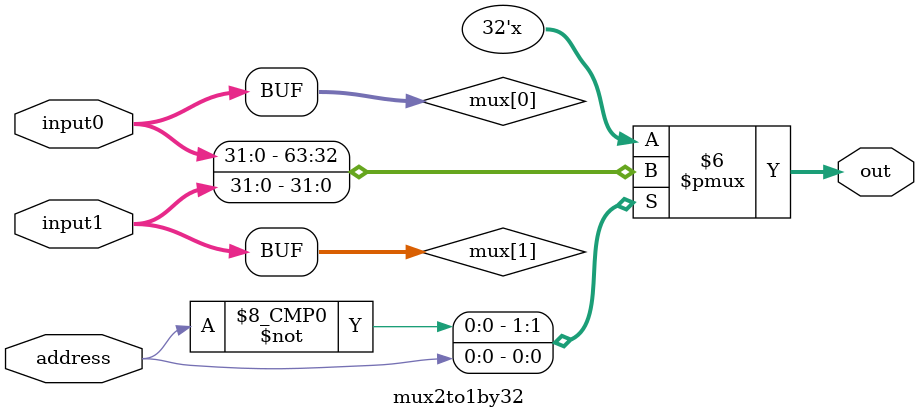
<source format=v>
module mux2to1by32
(
output [31:0] out,
input         address,
input  [31:0] input0, input1
);

  wire [31:0] mux [1:0];
  assign mux[0] = input0;
  assign mux[1] = input1;

  assign out = mux[address];
endmodule

</source>
